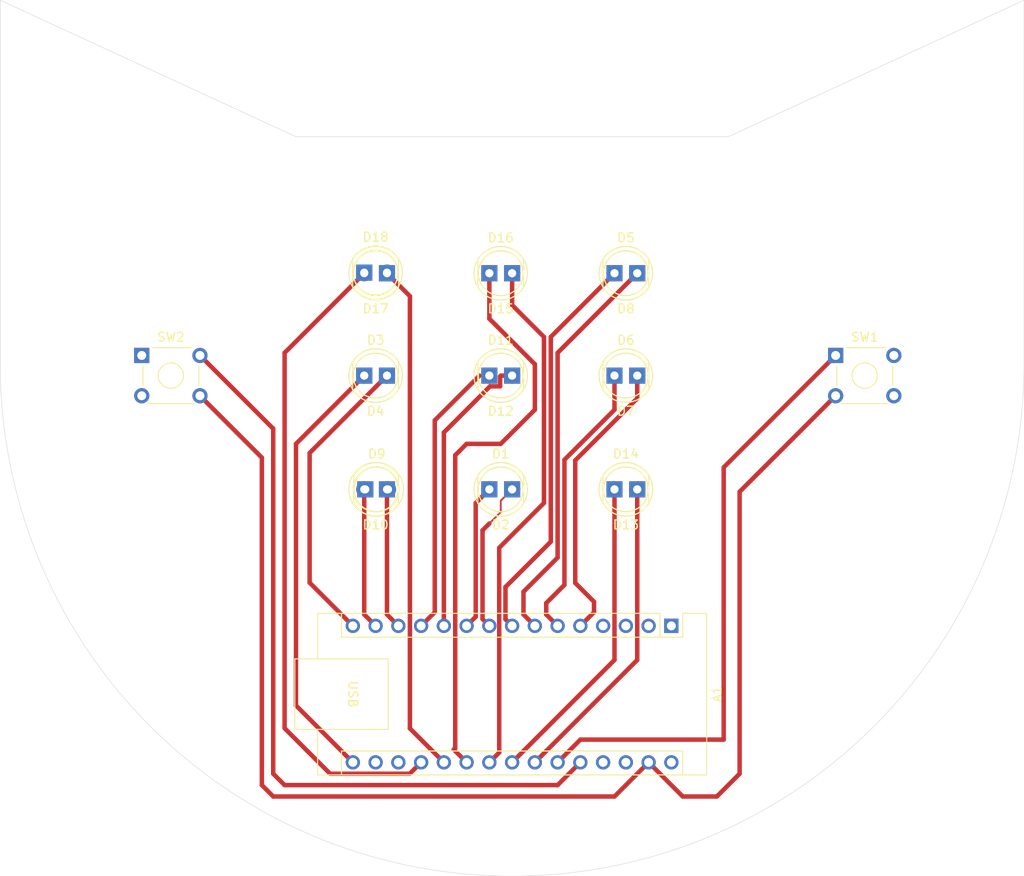
<source format=kicad_pcb>
(kicad_pcb (version 20221018) (generator pcbnew)
  (layers (0 "F.Cu" signal) (31 "B.Cu" signal) (34 "B.Paste" user) (35 "F.Paste" user) (36 "B.SilkS" user "B.Silkscreen") (37 "F.SilkS" user "F.Silkscreen") (38 "B.Mask" user) (39 "F.Mask" user) (44 "Edge.Cuts" user))
  (net 0 "")
  (net 5 "Net-(A1-D2)")
  (net 6 "Net-(A1-D3)")
  (net 7 "Net-(A1-D4)")
  (net 8 "Net-(A1-D5)")
  (net 9 "Net-(A1-D6)")
  (net 10 "Net-(A1-D7)")
  (net 11 "Net-(A1-D8)")
  (net 12 "Net-(A1-D9)")
  (net 13 "Net-(A1-D10)")
  (net 14 "Net-(A1-D11)")
  (net 15 "Net-(A1-D12)")
  (net 16 "Net-(A1-D13)")
  (net 19 "Net-(A1-A0)")
  (net 20 "Net-(A1-A1)")
  (net 21 "Net-(A1-A2)")
  (net 22 "Net-(A1-A3)")
  (net 23 "Net-(A1-A4)")
  (net 24 "Net-(A1-A5)")
  (net 25 "Net-(A1-A6)")
  (net 26 "Net-(A1-A7)")
  (net 27 "+5V")
  (net 29 "GND")
  (footprint "LED_THT:LED_D5.0mm" (layer "F.Cu") (at 157.48 91.44 180)
    (fp_text reference "D13" (at 1.27 -3.96) (layer "F.SilkS"))
    (fp_text value "LED")
    (fp_line (start -1.29 -1.545) (end -1.29 1.545) (stroke (width 0.12)) (layer "F.SilkS"))
    (fp_arc (start -1.29 -1.54483) (mid 2.072002 -2.880433) (end 4.26 0.000462) (stroke (width 0.12)) (layer "F.SilkS"))
    (fp_arc (start 4.26 -0.000462) (mid 2.072002 2.880433) (end -1.29 1.54483) (stroke (width 0.12)) (layer "F.SilkS"))
    (fp_circle (center 1.27 0) (end 3.77 0) (stroke (width 0.12)) (fill none) (layer "F.SilkS"))
    (pad "1" thru_hole rect (at 0 0 180) (size 1.8 1.8) (drill 0.9) (layers "*.Cu" "*.Mask") (net 24 "Net-(A1-A5)"))
    (pad "2" thru_hole circle (at 2.54 0 180) (size 1.8 1.8) (drill 0.9) (layers "*.Cu" "*.Mask") (net 23 "Net-(A1-A4)"))
  )
  (footprint "LED_THT:LED_D5.0mm" (layer "F.Cu") (at 129.54 78.74 180)
    (fp_text reference "D4" (at 1.27 -3.96) (layer "F.SilkS"))
    (fp_text value "LED")
    (fp_line (start -1.29 -1.545) (end -1.29 1.545) (stroke (width 0.12)) (layer "F.SilkS"))
    (fp_arc (start -1.29 -1.54483) (mid 2.072002 -2.880433) (end 4.26 0.000462) (stroke (width 0.12)) (layer "F.SilkS"))
    (fp_arc (start 4.26 -0.000462) (mid 2.072002 2.880433) (end -1.29 1.54483) (stroke (width 0.12)) (layer "F.SilkS"))
    (fp_circle (center 1.27 0) (end 3.77 0) (stroke (width 0.12)) (fill none) (layer "F.SilkS"))
    (pad "1" thru_hole rect (at 0 0 180) (size 1.8 1.8) (drill 0.9) (layers "*.Cu" "*.Mask") (net 15 "Net-(A1-D12)"))
    (pad "2" thru_hole circle (at 2.54 0 180) (size 1.8 1.8) (drill 0.9) (layers "*.Cu" "*.Mask") (net 16 "Net-(A1-D13)"))
  )
  (footprint "LED_THT:LED_D5.0mm" (layer "F.Cu") (at 140.97 78.74)
    (fp_text reference "D11" (at 1.27 -3.96) (layer "F.SilkS"))
    (fp_text value "LED")
    (fp_line (start -1.29 -1.545) (end -1.29 1.545) (stroke (width 0.12)) (layer "F.SilkS"))
    (fp_arc (start -1.29 -1.54483) (mid 2.072002 -2.880433) (end 4.26 0.000462) (stroke (width 0.12)) (layer "F.SilkS"))
    (fp_arc (start 4.26 -0.000462) (mid 2.072002 2.880433) (end -1.29 1.54483) (stroke (width 0.12)) (layer "F.SilkS"))
    (fp_circle (center 1.27 0) (end 3.77 0) (stroke (width 0.12)) (fill none) (layer "F.SilkS"))
    (pad "1" thru_hole rect (at 0 0) (size 1.8 1.8) (drill 0.9) (layers "*.Cu" "*.Mask") (net 12 "Net-(A1-D9)"))
    (pad "2" thru_hole circle (at 2.54 0) (size 1.8 1.8) (drill 0.9) (layers "*.Cu" "*.Mask") (net 11 "Net-(A1-D8)"))
  )
  (footprint "LED_THT:LED_D5.0mm" (layer "F.Cu") (at 140.97 91.44)
    (fp_text reference "D1" (at 1.27 -3.96) (layer "F.SilkS"))
    (fp_text value "LED")
    (fp_line (start -1.29 -1.545) (end -1.29 1.545) (stroke (width 0.12)) (layer "F.SilkS"))
    (fp_arc (start -1.29 -1.54483) (mid 2.072002 -2.880433) (end 4.26 0.000462) (stroke (width 0.12)) (layer "F.SilkS"))
    (fp_arc (start 4.26 -0.000462) (mid 2.072002 2.880433) (end -1.29 1.54483) (stroke (width 0.12)) (layer "F.SilkS"))
    (fp_circle (center 1.27 0) (end 3.77 0) (stroke (width 0.12)) (fill none) (layer "F.SilkS"))
    (pad "1" thru_hole rect (at 0 0) (size 1.8 1.8) (drill 0.9) (layers "*.Cu" "*.Mask") (net 10 "Net-(A1-D7)"))
    (pad "2" thru_hole circle (at 2.54 0) (size 1.8 1.8) (drill 0.9) (layers "*.Cu" "*.Mask") (net 9 "Net-(A1-D6)"))
  )
  (footprint "LED_THT:LED_D5.0mm" (layer "F.Cu") (at 154.94 78.74)
    (fp_text reference "D6" (at 1.27 -3.96) (layer "F.SilkS"))
    (fp_text value "LED")
    (fp_line (start -1.29 -1.545) (end -1.29 1.545) (stroke (width 0.12)) (layer "F.SilkS"))
    (fp_arc (start -1.29 -1.54483) (mid 2.072002 -2.880433) (end 4.26 0.000462) (stroke (width 0.12)) (layer "F.SilkS"))
    (fp_arc (start 4.26 -0.000462) (mid 2.072002 2.880433) (end -1.29 1.54483) (stroke (width 0.12)) (layer "F.SilkS"))
    (fp_circle (center 1.27 0) (end 3.77 0) (stroke (width 0.12)) (fill none) (layer "F.SilkS"))
    (pad "1" thru_hole rect (at 0 0) (size 1.8 1.8) (drill 0.9) (layers "*.Cu" "*.Mask") (net 6 "Net-(A1-D3)"))
    (pad "2" thru_hole circle (at 2.54 0) (size 1.8 1.8) (drill 0.9) (layers "*.Cu" "*.Mask") (net 5 "Net-(A1-D2)"))
  )
  (footprint "LED_THT:LED_D5.0mm" (layer "F.Cu") (at 143.51 91.44 180)
    (fp_text reference "D2" (at 1.27 -3.96) (layer "F.SilkS"))
    (fp_text value "LED")
    (fp_line (start -1.29 -1.545) (end -1.29 1.545) (stroke (width 0.12)) (layer "F.SilkS"))
    (fp_arc (start -1.29 -1.54483) (mid 2.072002 -2.880433) (end 4.26 0.000462) (stroke (width 0.12)) (layer "F.SilkS"))
    (fp_arc (start 4.26 -0.000462) (mid 2.072002 2.880433) (end -1.29 1.54483) (stroke (width 0.12)) (layer "F.SilkS"))
    (fp_circle (center 1.27 0) (end 3.77 0) (stroke (width 0.12)) (fill none) (layer "F.SilkS"))
    (pad "1" thru_hole rect (at 0 0 180) (size 1.8 1.8) (drill 0.9) (layers "*.Cu" "*.Mask") (net 9 "Net-(A1-D6)"))
    (pad "2" thru_hole circle (at 2.54 0 180) (size 1.8 1.8) (drill 0.9) (layers "*.Cu" "*.Mask") (net 10 "Net-(A1-D7)"))
  )
  (footprint "LED_THT:LED_D5.0mm" (layer "F.Cu") (at 154.94 67.31)
    (fp_text reference "D5" (at 1.27 -3.96) (layer "F.SilkS"))
    (fp_text value "LED")
    (fp_line (start -1.29 -1.545) (end -1.29 1.545) (stroke (width 0.12)) (layer "F.SilkS"))
    (fp_arc (start -1.29 -1.54483) (mid 2.072002 -2.880433) (end 4.26 0.000462) (stroke (width 0.12)) (layer "F.SilkS"))
    (fp_arc (start 4.26 -0.000462) (mid 2.072002 2.880433) (end -1.29 1.54483) (stroke (width 0.12)) (layer "F.SilkS"))
    (fp_circle (center 1.27 0) (end 3.77 0) (stroke (width 0.12)) (fill none) (layer "F.SilkS"))
    (pad "1" thru_hole rect (at 0 0) (size 1.8 1.8) (drill 0.9) (layers "*.Cu" "*.Mask") (net 8 "Net-(A1-D5)"))
    (pad "2" thru_hole circle (at 2.54 0) (size 1.8 1.8) (drill 0.9) (layers "*.Cu" "*.Mask") (net 7 "Net-(A1-D4)"))
  )
  (footprint "LED_THT:LED_D5.0mm" (layer "F.Cu") (at 129.54 91.44 180)
    (fp_text reference "D10" (at 1.27 -3.96) (layer "F.SilkS"))
    (fp_text value "LED")
    (fp_line (start -1.29 -1.545) (end -1.29 1.545) (stroke (width 0.12)) (layer "F.SilkS"))
    (fp_arc (start -1.29 -1.54483) (mid 2.072002 -2.880433) (end 4.26 0.000462) (stroke (width 0.12)) (layer "F.SilkS"))
    (fp_arc (start 4.26 -0.000462) (mid 2.072002 2.880433) (end -1.29 1.54483) (stroke (width 0.12)) (layer "F.SilkS"))
    (fp_circle (center 1.27 0) (end 3.77 0) (stroke (width 0.12)) (fill none) (layer "F.SilkS"))
    (pad "1" thru_hole rect (at 0 0 180) (size 1.8 1.8) (drill 0.9) (layers "*.Cu" "*.Mask") (net 13 "Net-(A1-D10)"))
    (pad "2" thru_hole circle (at 2.54 0 180) (size 1.8 1.8) (drill 0.9) (layers "*.Cu" "*.Mask") (net 14 "Net-(A1-D11)"))
  )
  (footprint "LED_THT:LED_D5.0mm" (layer "F.Cu") (at 129.54 67.31 180)
    (fp_text reference "D17" (at 1.27 -3.96) (layer "F.SilkS"))
    (fp_text value "LED")
    (fp_line (start -1.29 -1.545) (end -1.29 1.545) (stroke (width 0.12)) (layer "F.SilkS"))
    (fp_arc (start -1.29 -1.54483) (mid 2.072002 -2.880433) (end 4.26 0.000462) (stroke (width 0.12)) (layer "F.SilkS"))
    (fp_arc (start 4.26 -0.000462) (mid 2.072002 2.880433) (end -1.29 1.54483) (stroke (width 0.12)) (layer "F.SilkS"))
    (fp_circle (center 1.27 0) (end 3.77 0) (stroke (width 0.12)) (fill none) (layer "F.SilkS"))
    (pad "1" thru_hole rect (at 0 0 180) (size 1.8 1.8) (drill 0.9) (layers "*.Cu" "*.Mask") (net 20 "Net-(A1-A1)"))
    (pad "2" thru_hole circle (at 2.54 0 180) (size 1.8 1.8) (drill 0.9) (layers "*.Cu" "*.Mask") (net 19 "Net-(A1-A0)"))
  )
  (footprint "LED_THT:LED_D5.0mm" (layer "F.Cu") (at 157.48 67.31 180)
    (fp_text reference "D8" (at 1.27 -3.96) (layer "F.SilkS"))
    (fp_text value "LED")
    (fp_line (start -1.29 -1.545) (end -1.29 1.545) (stroke (width 0.12)) (layer "F.SilkS"))
    (fp_arc (start -1.29 -1.54483) (mid 2.072002 -2.880433) (end 4.26 0.000462) (stroke (width 0.12)) (layer "F.SilkS"))
    (fp_arc (start 4.26 -0.000462) (mid 2.072002 2.880433) (end -1.29 1.54483) (stroke (width 0.12)) (layer "F.SilkS"))
    (fp_circle (center 1.27 0) (end 3.77 0) (stroke (width 0.12)) (fill none) (layer "F.SilkS"))
    (pad "1" thru_hole rect (at 0 0 180) (size 1.8 1.8) (drill 0.9) (layers "*.Cu" "*.Mask") (net 7 "Net-(A1-D4)"))
    (pad "2" thru_hole circle (at 2.54 0 180) (size 1.8 1.8) (drill 0.9) (layers "*.Cu" "*.Mask") (net 8 "Net-(A1-D5)"))
  )
  (footprint "LED_THT:LED_D5.0mm" (layer "F.Cu") (at 157.48 78.74 180)
    (fp_text reference "D7" (at 1.27 -3.96) (layer "F.SilkS"))
    (fp_text value "LED")
    (fp_line (start -1.29 -1.545) (end -1.29 1.545) (stroke (width 0.12)) (layer "F.SilkS"))
    (fp_arc (start -1.29 -1.54483) (mid 2.072002 -2.880433) (end 4.26 0.000462) (stroke (width 0.12)) (layer "F.SilkS"))
    (fp_arc (start 4.26 -0.000462) (mid 2.072002 2.880433) (end -1.29 1.54483) (stroke (width 0.12)) (layer "F.SilkS"))
    (fp_circle (center 1.27 0) (end 3.77 0) (stroke (width 0.12)) (fill none) (layer "F.SilkS"))
    (pad "1" thru_hole rect (at 0 0 180) (size 1.8 1.8) (drill 0.9) (layers "*.Cu" "*.Mask") (net 5 "Net-(A1-D2)"))
    (pad "2" thru_hole circle (at 2.54 0 180) (size 1.8 1.8) (drill 0.9) (layers "*.Cu" "*.Mask") (net 6 "Net-(A1-D3)"))
  )
  (footprint "Button_Switch_THT:SW_TH_Tactile_Omron_B3F-10xx" (layer "F.Cu") (at 179.63 76.49)
    (fp_text reference "SW1" (at 3.25 -2.05) (layer "F.SilkS"))
    (fp_text value "SW_Push")
    (fp_line (start 0.13 3.4) (end 0.13 1.2) (stroke (width 0.12)) (layer "F.SilkS"))
    (fp_line (start 0.6 5.37) (end 5.8 5.37) (stroke (width 0.12)) (layer "F.SilkS"))
    (fp_line (start 1.2 -0.87) (end 5.6 -0.87) (stroke (width 0.12)) (layer "F.SilkS"))
    (fp_line (start 6.37 1.2) (end 6.37 3.4) (stroke (width 0.12)) (layer "F.SilkS"))
    (fp_circle (center 3.25 2.25) (end 4.25 3.25) (stroke (width 0.12)) (fill none) (layer "F.SilkS"))
    (pad "1" thru_hole rect (at 0 0) (size 1.7 1.7) (drill 1) (layers "*.Cu" "*.Mask") (net 25 "Net-(A1-A6)"))
    (pad "1" thru_hole circle (at 6.5 0) (size 1.7 1.7) (drill 1) (layers "*.Cu" "*.Mask") (net 25 "Net-(A1-A6)"))
    (pad "2" thru_hole circle (at 0 4.5) (size 1.7 1.7) (drill 1) (layers "*.Cu" "*.Mask") (net 29 "GND"))
    (pad "2" thru_hole circle (at 6.5 4.5) (size 1.7 1.7) (drill 1) (layers "*.Cu" "*.Mask") (net 29 "GND"))
  )
  (footprint "LED_THT:LED_D5.0mm" (layer "F.Cu") (at 127.12 91.44)
    (fp_text reference "D9" (at 1.27 -3.96) (layer "F.SilkS"))
    (fp_text value "LED")
    (fp_line (start -1.29 -1.545) (end -1.29 1.545) (stroke (width 0.12)) (layer "F.SilkS"))
    (fp_arc (start -1.29 -1.54483) (mid 2.072002 -2.880433) (end 4.26 0.000462) (stroke (width 0.12)) (layer "F.SilkS"))
    (fp_arc (start 4.26 -0.000462) (mid 2.072002 2.880433) (end -1.29 1.54483) (stroke (width 0.12)) (layer "F.SilkS"))
    (fp_circle (center 1.27 0) (end 3.77 0) (stroke (width 0.12)) (fill none) (layer "F.SilkS"))
    (pad "1" thru_hole rect (at 0 0) (size 1.8 1.8) (drill 0.9) (layers "*.Cu" "*.Mask") (net 14 "Net-(A1-D11)"))
    (pad "2" thru_hole circle (at 2.54 0) (size 1.8 1.8) (drill 0.9) (layers "*.Cu" "*.Mask") (net 13 "Net-(A1-D10)"))
  )
  (footprint "LED_THT:LED_D5.0mm" (layer "F.Cu") (at 143.51 67.31 180)
    (fp_text reference "D15" (at 1.27 -3.96) (layer "F.SilkS"))
    (fp_text value "LED")
    (fp_line (start -1.29 -1.545) (end -1.29 1.545) (stroke (width 0.12)) (layer "F.SilkS"))
    (fp_arc (start -1.29 -1.54483) (mid 2.072002 -2.880433) (end 4.26 0.000462) (stroke (width 0.12)) (layer "F.SilkS"))
    (fp_arc (start 4.26 -0.000462) (mid 2.072002 2.880433) (end -1.29 1.54483) (stroke (width 0.12)) (layer "F.SilkS"))
    (fp_circle (center 1.27 0) (end 3.77 0) (stroke (width 0.12)) (fill none) (layer "F.SilkS"))
    (pad "1" thru_hole rect (at 0 0 180) (size 1.8 1.8) (drill 0.9) (layers "*.Cu" "*.Mask") (net 22 "Net-(A1-A3)"))
    (pad "2" thru_hole circle (at 2.54 0 180) (size 1.8 1.8) (drill 0.9) (layers "*.Cu" "*.Mask") (net 21 "Net-(A1-A2)"))
  )
  (footprint "LED_THT:LED_D5.0mm" (layer "F.Cu") (at 154.94 91.44)
    (fp_text reference "D14" (at 1.27 -3.96) (layer "F.SilkS"))
    (fp_text value "LED")
    (fp_line (start -1.29 -1.545) (end -1.29 1.545) (stroke (width 0.12)) (layer "F.SilkS"))
    (fp_arc (start -1.29 -1.54483) (mid 2.072002 -2.880433) (end 4.26 0.000462) (stroke (width 0.12)) (layer "F.SilkS"))
    (fp_arc (start 4.26 -0.000462) (mid 2.072002 2.880433) (end -1.29 1.54483) (stroke (width 0.12)) (layer "F.SilkS"))
    (fp_circle (center 1.27 0) (end 3.77 0) (stroke (width 0.12)) (fill none) (layer "F.SilkS"))
    (pad "1" thru_hole rect (at 0 0) (size 1.8 1.8) (drill 0.9) (layers "*.Cu" "*.Mask") (net 23 "Net-(A1-A4)"))
    (pad "2" thru_hole circle (at 2.54 0) (size 1.8 1.8) (drill 0.9) (layers "*.Cu" "*.Mask") (net 24 "Net-(A1-A5)"))
  )
  (footprint "LED_THT:LED_D5.0mm" (layer "F.Cu") (at 127 67.24)
    (fp_text reference "D18" (at 1.27 -3.96) (layer "F.SilkS"))
    (fp_text value "LED")
    (fp_line (start -1.29 -1.545) (end -1.29 1.545) (stroke (width 0.12)) (layer "F.SilkS"))
    (fp_arc (start -1.29 -1.54483) (mid 2.072002 -2.880433) (end 4.26 0.000462) (stroke (width 0.12)) (layer "F.SilkS"))
    (fp_arc (start 4.26 -0.000462) (mid 2.072002 2.880433) (end -1.29 1.54483) (stroke (width 0.12)) (layer "F.SilkS"))
    (fp_circle (center 1.27 0) (end 3.77 0) (stroke (width 0.12)) (fill none) (layer "F.SilkS"))
    (pad "1" thru_hole rect (at 0 0) (size 1.8 1.8) (drill 0.9) (layers "*.Cu" "*.Mask") (net 19 "Net-(A1-A0)"))
    (pad "2" thru_hole circle (at 2.54 0) (size 1.8 1.8) (drill 0.9) (layers "*.Cu" "*.Mask") (net 20 "Net-(A1-A1)"))
  )
  (footprint "LED_THT:LED_D5.0mm" (layer "F.Cu") (at 127 78.74)
    (fp_text reference "D3" (at 1.27 -3.96) (layer "F.SilkS"))
    (fp_text value "LED")
    (fp_line (start -1.29 -1.545) (end -1.29 1.545) (stroke (width 0.12)) (layer "F.SilkS"))
    (fp_arc (start -1.29 -1.54483) (mid 2.072002 -2.880433) (end 4.26 0.000462) (stroke (width 0.12)) (layer "F.SilkS"))
    (fp_arc (start 4.26 -0.000462) (mid 2.072002 2.880433) (end -1.29 1.54483) (stroke (width 0.12)) (layer "F.SilkS"))
    (fp_circle (center 1.27 0) (end 3.77 0) (stroke (width 0.12)) (fill none) (layer "F.SilkS"))
    (pad "1" thru_hole rect (at 0 0) (size 1.8 1.8) (drill 0.9) (layers "*.Cu" "*.Mask") (net 16 "Net-(A1-D13)"))
    (pad "2" thru_hole circle (at 2.54 0) (size 1.8 1.8) (drill 0.9) (layers "*.Cu" "*.Mask") (net 15 "Net-(A1-D12)"))
  )
  (footprint "Button_Switch_THT:SW_TH_Tactile_Omron_B3F-10xx" (layer "F.Cu") (at 102.16 76.49)
    (fp_text reference "SW2" (at 3.25 -2.05) (layer "F.SilkS"))
    (fp_text value "SW_Push")
    (fp_line (start 0.13 3.4) (end 0.13 1.2) (stroke (width 0.12)) (layer "F.SilkS"))
    (fp_line (start 0.6 5.37) (end 5.8 5.37) (stroke (width 0.12)) (layer "F.SilkS"))
    (fp_line (start 1.2 -0.87) (end 5.6 -0.87) (stroke (width 0.12)) (layer "F.SilkS"))
    (fp_line (start 6.37 1.2) (end 6.37 3.4) (stroke (width 0.12)) (layer "F.SilkS"))
    (fp_circle (center 3.25 2.25) (end 4.25 3.25) (stroke (width 0.12)) (fill none) (layer "F.SilkS"))
    (pad "1" thru_hole rect (at 0 0) (size 1.7 1.7) (drill 1) (layers "*.Cu" "*.Mask") (net 26 "Net-(A1-A7)"))
    (pad "1" thru_hole circle (at 6.5 0) (size 1.7 1.7) (drill 1) (layers "*.Cu" "*.Mask") (net 26 "Net-(A1-A7)"))
    (pad "2" thru_hole circle (at 0 4.5) (size 1.7 1.7) (drill 1) (layers "*.Cu" "*.Mask") (net 29 "GND"))
    (pad "2" thru_hole circle (at 6.5 4.5) (size 1.7 1.7) (drill 1) (layers "*.Cu" "*.Mask") (net 29 "GND"))
  )
  (footprint "LED_THT:LED_D5.0mm" (layer "F.Cu") (at 140.97 67.31)
    (fp_text reference "D16" (at 1.27 -3.96) (layer "F.SilkS"))
    (fp_text value "LED")
    (fp_line (start -1.29 -1.545) (end -1.29 1.545) (stroke (width 0.12)) (layer "F.SilkS"))
    (fp_arc (start -1.29 -1.54483) (mid 2.072002 -2.880433) (end 4.26 0.000462) (stroke (width 0.12)) (layer "F.SilkS"))
    (fp_arc (start 4.26 -0.000462) (mid 2.072002 2.880433) (end -1.29 1.54483) (stroke (width 0.12)) (layer "F.SilkS"))
    (fp_circle (center 1.27 0) (end 3.77 0) (stroke (width 0.12)) (fill none) (layer "F.SilkS"))
    (pad "1" thru_hole rect (at 0 0) (size 1.8 1.8) (drill 0.9) (layers "*.Cu" "*.Mask") (net 21 "Net-(A1-A2)"))
    (pad "2" thru_hole circle (at 2.54 0) (size 1.8 1.8) (drill 0.9) (layers "*.Cu" "*.Mask") (net 22 "Net-(A1-A3)"))
  )
  (footprint "LED_THT:LED_D5.0mm" (layer "F.Cu") (at 143.51 78.74 180)
    (fp_text reference "D12" (at 1.27 -3.96) (layer "F.SilkS"))
    (fp_text value "LED")
    (fp_line (start -1.29 -1.545) (end -1.29 1.545) (stroke (width 0.12)) (layer "F.SilkS"))
    (fp_arc (start -1.29 -1.54483) (mid 2.072002 -2.880433) (end 4.26 0.000462) (stroke (width 0.12)) (layer "F.SilkS"))
    (fp_arc (start 4.26 -0.000462) (mid 2.072002 2.880433) (end -1.29 1.54483) (stroke (width 0.12)) (layer "F.SilkS"))
    (fp_circle (center 1.27 0) (end 3.77 0) (stroke (width 0.12)) (fill none) (layer "F.SilkS"))
    (pad "1" thru_hole rect (at 0 0 180) (size 1.8 1.8) (drill 0.9) (layers "*.Cu" "*.Mask") (net 11 "Net-(A1-D8)"))
    (pad "2" thru_hole circle (at 2.54 0 180) (size 1.8 1.8) (drill 0.9) (layers "*.Cu" "*.Mask") (net 12 "Net-(A1-D9)"))
  )
  (footprint "Module:Arduino_Nano" (layer "F.Cu") (at 161.29 106.68 -90)
    (fp_text reference "A1" (at 7.62 -5.08 90) (layer "F.SilkS"))
    (fp_text value "Arduino_Nano_v3.x")
    (fp_text user "USB" (at 7.62 35.56 -90 unlocked) (layer "F.SilkS"))
    (fp_line (start -1.4 -3.94) (end -1.4 -1.27) (stroke (width 0.12)) (layer "F.SilkS"))
    (fp_line (start -1.4 1.27) (end -1.4 39.5) (stroke (width 0.12)) (layer "F.SilkS"))
    (fp_line (start -1.4 39.5) (end 3.68 39.5) (stroke (width 0.12)) (layer "F.SilkS"))
    (fp_line (start 1.27 -1.27) (end -1.4 -1.27) (stroke (width 0.12)) (layer "F.SilkS"))
    (fp_line (start 1.27 1.27) (end -1.4 1.27) (stroke (width 0.12)) (layer "F.SilkS"))
    (fp_line (start 1.27 1.27) (end 1.27 -1.27) (stroke (width 0.12)) (layer "F.SilkS"))
    (fp_line (start 1.27 1.27) (end 1.27 36.83) (stroke (width 0.12)) (layer "F.SilkS"))
    (fp_line (start 1.27 36.83) (end -1.4 36.83) (stroke (width 0.12)) (layer "F.SilkS"))
    (fp_line (start 3.68 31.62) (end 11.56 31.62) (stroke (width 0.12)) (layer "F.SilkS"))
    (fp_line (start 3.68 42.04) (end 3.68 31.62) (stroke (width 0.12)) (layer "F.SilkS"))
    (fp_line (start 11.56 31.62) (end 11.56 42.04) (stroke (width 0.12)) (layer "F.SilkS"))
    (fp_line (start 11.56 42.04) (end 3.68 42.04) (stroke (width 0.12)) (layer "F.SilkS"))
    (fp_line (start 13.97 -1.27) (end 13.97 36.83) (stroke (width 0.12)) (layer "F.SilkS"))
    (fp_line (start 13.97 -1.27) (end 16.64 -1.27) (stroke (width 0.12)) (layer "F.SilkS"))
    (fp_line (start 13.97 36.83) (end 16.64 36.83) (stroke (width 0.12)) (layer "F.SilkS"))
    (fp_line (start 16.64 -3.94) (end -1.4 -3.94) (stroke (width 0.12)) (layer "F.SilkS"))
    (fp_line (start 16.64 39.5) (end 11.56 39.5) (stroke (width 0.12)) (layer "F.SilkS"))
    (fp_line (start 16.64 39.5) (end 16.64 -3.94) (stroke (width 0.12)) (layer "F.SilkS"))
    (pad "1" thru_hole rect (at 0 0 270) (size 1.6 1.6) (drill 1) (layers "*.Cu" "*.Mask"))
    (pad "2" thru_hole oval (at 0 2.54 270) (size 1.6 1.6) (drill 1) (layers "*.Cu" "*.Mask"))
    (pad "3" thru_hole oval (at 0 5.08 270) (size 1.6 1.6) (drill 1) (layers "*.Cu" "*.Mask"))
    (pad "4" thru_hole oval (at 0 7.62 270) (size 1.6 1.6) (drill 1) (layers "*.Cu" "*.Mask"))
    (pad "5" thru_hole oval (at 0 10.16 270) (size 1.6 1.6) (drill 1) (layers "*.Cu" "*.Mask") (net 5 "Net-(A1-D2)"))
    (pad "6" thru_hole oval (at 0 12.7 270) (size 1.6 1.6) (drill 1) (layers "*.Cu" "*.Mask") (net 6 "Net-(A1-D3)"))
    (pad "7" thru_hole oval (at 0 15.24 270) (size 1.6 1.6) (drill 1) (layers "*.Cu" "*.Mask") (net 7 "Net-(A1-D4)"))
    (pad "8" thru_hole oval (at 0 17.78 270) (size 1.6 1.6) (drill 1) (layers "*.Cu" "*.Mask") (net 8 "Net-(A1-D5)"))
    (pad "9" thru_hole oval (at 0 20.32 270) (size 1.6 1.6) (drill 1) (layers "*.Cu" "*.Mask") (net 9 "Net-(A1-D6)"))
    (pad "10" thru_hole oval (at 0 22.86 270) (size 1.6 1.6) (drill 1) (layers "*.Cu" "*.Mask") (net 10 "Net-(A1-D7)"))
    (pad "11" thru_hole oval (at 0 25.4 270) (size 1.6 1.6) (drill 1) (layers "*.Cu" "*.Mask") (net 11 "Net-(A1-D8)"))
    (pad "12" thru_hole oval (at 0 27.94 270) (size 1.6 1.6) (drill 1) (layers "*.Cu" "*.Mask") (net 12 "Net-(A1-D9)"))
    (pad "13" thru_hole oval (at 0 30.48 270) (size 1.6 1.6) (drill 1) (layers "*.Cu" "*.Mask") (net 13 "Net-(A1-D10)"))
    (pad "14" thru_hole oval (at 0 33.02 270) (size 1.6 1.6) (drill 1) (layers "*.Cu" "*.Mask") (net 14 "Net-(A1-D11)"))
    (pad "15" thru_hole oval (at 0 35.56 270) (size 1.6 1.6) (drill 1) (layers "*.Cu" "*.Mask") (net 15 "Net-(A1-D12)"))
    (pad "16" thru_hole oval (at 15.24 35.56 270) (size 1.6 1.6) (drill 1) (layers "*.Cu" "*.Mask") (net 16 "Net-(A1-D13)"))
    (pad "17" thru_hole oval (at 15.24 33.02 270) (size 1.6 1.6) (drill 1) (layers "*.Cu" "*.Mask"))
    (pad "18" thru_hole oval (at 15.24 30.48 270) (size 1.6 1.6) (drill 1) (layers "*.Cu" "*.Mask"))
    (pad "19" thru_hole oval (at 15.24 27.94 270) (size 1.6 1.6) (drill 1) (layers "*.Cu" "*.Mask") (net 19 "Net-(A1-A0)"))
    (pad "20" thru_hole oval (at 15.24 25.4 270) (size 1.6 1.6) (drill 1) (layers "*.Cu" "*.Mask") (net 20 "Net-(A1-A1)"))
    (pad "21" thru_hole oval (at 15.24 22.86 270) (size 1.6 1.6) (drill 1) (layers "*.Cu" "*.Mask") (net 21 "Net-(A1-A2)"))
    (pad "22" thru_hole oval (at 15.24 20.32 270) (size 1.6 1.6) (drill 1) (layers "*.Cu" "*.Mask") (net 22 "Net-(A1-A3)"))
    (pad "23" thru_hole oval (at 15.24 17.78 270) (size 1.6 1.6) (drill 1) (layers "*.Cu" "*.Mask") (net 23 "Net-(A1-A4)"))
    (pad "24" thru_hole oval (at 15.24 15.24 270) (size 1.6 1.6) (drill 1) (layers "*.Cu" "*.Mask") (net 24 "Net-(A1-A5)"))
    (pad "25" thru_hole oval (at 15.24 12.7 270) (size 1.6 1.6) (drill 1) (layers "*.Cu" "*.Mask") (net 25 "Net-(A1-A6)"))
    (pad "26" thru_hole oval (at 15.24 10.16 270) (size 1.6 1.6) (drill 1) (layers "*.Cu" "*.Mask") (net 26 "Net-(A1-A7)"))
    (pad "27" thru_hole oval (at 15.24 7.62 270) (size 1.6 1.6) (drill 1) (layers "*.Cu" "*.Mask") (net 27 "+5V"))
    (pad "28" thru_hole oval (at 15.24 5.08 270) (size 1.6 1.6) (drill 1) (layers "*.Cu" "*.Mask"))
    (pad "29" thru_hole oval (at 15.24 2.54 270) (size 1.6 1.6) (drill 1) (layers "*.Cu" "*.Mask") (net 29 "GND"))
    (pad "30" thru_hole oval (at 15.24 0 270) (size 1.6 1.6) (drill 1) (layers "*.Cu" "*.Mask"))
  )
  (gr_line (start 119.38 52.07) (end 167.64 52.07) (stroke (width 0.05)) (layer "Edge.Cuts"))
  (gr_line (start 86.36 36.83) (end 119.38 52.07) (stroke (width 0.05)) (layer "Edge.Cuts"))
  (gr_line (start 200.66 77.47) (end 200.66 36.83) (stroke (width 0.05)) (layer "Edge.Cuts"))
  (gr_line (start 200.66 36.83) (end 167.64 52.07) (stroke (width 0.05)) (layer "Edge.Cuts"))
  (gr_arc (start 200.66 77.47) (mid 143.51 134.62) (end 86.36 77.47) (stroke (width 0.05)) (layer "Edge.Cuts"))
  (gr_line (start 86.36 77.47) (end 86.36 36.83) (stroke (width 0.05)) (layer "Edge.Cuts"))
  (segment (start 152.654 103.98395) (end 152.654 105.156) (width 0.5) (layer "F.Cu") (net 5))
  (segment (start 150.56 88.2) (end 150.56 101.88995) (width 0.5) (layer "F.Cu") (net 5))
  (segment (start 152.654 105.156) (end 151.13 106.68) (width 0.5) (layer "F.Cu") (net 5))
  (segment (start 150.56 101.88995) (end 152.654 103.98395) (width 0.5) (layer "F.Cu") (net 5))
  (segment (start 157.48 81.28) (end 150.56 88.2) (width 0.5) (layer "F.Cu") (net 5))
  (segment (start 157.48 78.74) (end 157.48 81.28) (width 0.5) (layer "F.Cu") (net 5))
  (segment (start 154.94 82.55) (end 149.352 88.138) (width 0.5) (layer "F.Cu") (net 6))
  (segment (start 149.352 88.138) (end 149.352 102.108) (width 0.5) (layer "F.Cu") (net 6))
  (segment (start 154.94 78.74) (end 154.94 82.55) (width 0.5) (layer "F.Cu") (net 6))
  (segment (start 147.32 104.14) (end 147.32 105.41) (width 0.5) (layer "F.Cu") (net 6))
  (segment (start 149.352 102.108) (end 147.32 104.14) (width 0.5) (layer "F.Cu") (net 6))
  (segment (start 147.32 105.41) (end 148.59 106.68) (width 0.5) (layer "F.Cu") (net 6))
  (segment (start 148.59 99.06) (end 144.78 102.87) (width 0.5) (layer "F.Cu") (net 7))
  (segment (start 144.78 102.87) (end 144.78 105.41) (width 0.5) (layer "F.Cu") (net 7))
  (segment (start 148.59 76.2) (end 148.59 99.06) (width 0.5) (layer "F.Cu") (net 7))
  (segment (start 157.48 67.31) (end 148.59 76.2) (width 0.5) (layer "F.Cu") (net 7))
  (segment (start 144.78 105.41) (end 146.05 106.68) (width 0.5) (layer "F.Cu") (net 7))
  (segment (start 142.77 102.34) (end 142.77 105.94) (width 0.5) (layer "F.Cu") (net 8))
  (segment (start 142.77 105.94) (end 143.51 106.68) (width 0.5) (layer "F.Cu") (net 8))
  (segment (start 147.828 97.282) (end 142.77 102.34) (width 0.5) (layer "F.Cu") (net 8))
  (segment (start 154.94 67.31) (end 147.828 74.422) (width 0.5) (layer "F.Cu") (net 8))
  (segment (start 147.828 74.422) (end 147.828 97.282) (width 0.5) (layer "F.Cu") (net 8))
  (segment (start 143.51 91.44) (end 142.24 92.71) (width 0.2) (layer "F.Cu") (net 9))
  (segment (start 140.208 105.918) (end 140.97 106.68) (width 0.5) (layer "F.Cu") (net 9))
  (segment (start 142.24 93.98) (end 140.97 95.25) (width 0.2) (layer "F.Cu") (net 9))
  (segment (start 140.97 95.25) (end 140.208 96.012) (width 0.5) (layer "F.Cu") (net 9))
  (segment (start 140.208 96.012) (end 140.208 105.918) (width 0.5) (layer "F.Cu") (net 9))
  (segment (start 142.24 92.71) (end 142.24 93.98) (width 0.2) (layer "F.Cu") (net 9))
  (segment (start 140.97 91.44) (end 139.446 92.964) (width 0.5) (layer "F.Cu") (net 10))
  (segment (start 139.446 92.964) (end 139.446 105.664) (width 0.5) (layer "F.Cu") (net 10))
  (segment (start 139.446 105.664) (end 138.43 106.68) (width 0.5) (layer "F.Cu") (net 10))
  (segment (start 135.89 85.09) (end 135.89 106.68) (width 0.5) (layer "F.Cu") (net 11))
  (segment (start 141.04 79.94) (end 135.89 85.09) (width 0.5) (layer "F.Cu") (net 11))
  (segment (start 142.17 78.81) (end 142.17 79.94) (width 0.5) (layer "F.Cu") (net 11))
  (segment (start 142.24 78.74) (end 142.17 78.81) (width 0.2) (layer "F.Cu") (net 11))
  (segment (start 143.51 78.74) (end 142.24 78.74) (width 0.5) (layer "F.Cu") (net 11))
  (segment (start 142.17 79.94) (end 141.04 79.94) (width 0.5) (layer "F.Cu") (net 11))
  (segment (start 140.97 78.74) (end 139.87 78.74) (width 0.2) (layer "F.Cu") (net 12))
  (segment (start 134.874 83.736) (end 134.874 105.156) (width 0.5) (layer "F.Cu") (net 12))
  (segment (start 134.874 105.156) (end 134.62 105.41) (width 0.5) (layer "F.Cu") (net 12))
  (segment (start 134.62 105.41) (end 133.35 106.68) (width 0.5) (layer "F.Cu") (net 12))
  (segment (start 139.87 78.74) (end 134.874 83.736) (width 0.5) (layer "F.Cu") (net 12))
  (segment (start 129.54 91.44) (end 129.54 105.41) (width 0.5) (layer "F.Cu") (net 13))
  (segment (start 129.54 105.41) (end 130.81 106.68) (width 0.5) (layer "F.Cu") (net 13))
  (segment (start 127 105.41) (end 128.27 106.68) (width 0.5) (layer "F.Cu") (net 14))
  (segment (start 127 91.44) (end 127 105.41) (width 0.5) (layer "F.Cu") (net 14))
  (segment (start 120.904 101.854) (end 120.904 87.376) (width 0.5) (layer "F.Cu") (net 15))
  (segment (start 125.73 106.68) (end 120.904 101.854) (width 0.5) (layer "F.Cu") (net 15))
  (segment (start 120.904 87.376) (end 129.54 78.74) (width 0.5) (layer "F.Cu") (net 15))
  (segment (start 127 78.74) (end 119.38 86.36) (width 0.5) (layer "F.Cu") (net 16))
  (segment (start 119.38 115.57) (end 125.73 121.92) (width 0.5) (layer "F.Cu") (net 16))
  (segment (start 119.38 86.36) (end 119.38 115.57) (width 0.5) (layer "F.Cu") (net 16))
  (segment (start 127 67.31) (end 118.11 76.2) (width 0.5) (layer "F.Cu") (net 19))
  (segment (start 118.11 118.11) (end 123.19 123.19) (width 0.5) (layer "F.Cu") (net 19))
  (segment (start 118.11 76.2) (end 118.11 118.11) (width 0.5) (layer "F.Cu") (net 19))
  (segment (start 123.19 123.19) (end 132.08 123.19) (width 0.5) (layer "F.Cu") (net 19))
  (segment (start 132.08 123.19) (end 133.35 121.92) (width 0.5) (layer "F.Cu") (net 19))
  (segment (start 132.1 118.13) (end 135.89 121.92) (width 0.5) (layer "F.Cu") (net 20))
  (segment (start 132.1 69.87) (end 132.1 118.13) (width 0.5) (layer "F.Cu") (net 20))
  (segment (start 129.54 67.31) (end 132.1 69.87) (width 0.5) (layer "F.Cu") (net 20))
  (segment (start 137.16 120.31) (end 136.99 120.48) (width 0.5) (layer "F.Cu") (net 21))
  (segment (start 146.05 77.47) (end 146.05 82.55) (width 0.5) (layer "F.Cu") (net 21))
  (segment (start 136.99 120.48) (end 138.43 121.92) (width 0.5) (layer "F.Cu") (net 21))
  (segment (start 138.43 86.36) (end 137.16 87.63) (width 0.5) (layer "F.Cu") (net 21))
  (segment (start 142.24 86.36) (end 138.43 86.36) (width 0.5) (layer "F.Cu") (net 21))
  (segment (start 137.16 87.63) (end 137.16 120.31) (width 0.5) (layer "F.Cu") (net 21))
  (segment (start 146.05 82.55) (end 142.24 86.36) (width 0.5) (layer "F.Cu") (net 21))
  (segment (start 140.97 67.31) (end 140.97 72.39) (width 0.5) (layer "F.Cu") (net 21))
  (segment (start 140.97 72.39) (end 146.05 77.47) (width 0.5) (layer "F.Cu") (net 21))
  (segment (start 147.066 74.422) (end 147.066 92.964) (width 0.5) (layer "F.Cu") (net 22))
  (segment (start 143.51 70.866) (end 147.066 74.422) (width 0.5) (layer "F.Cu") (net 22))
  (segment (start 147.066 92.964) (end 142.07 97.96) (width 0.5) (layer "F.Cu") (net 22))
  (segment (start 143.51 67.31) (end 143.51 70.866) (width 0.5) (layer "F.Cu") (net 22))
  (segment (start 142.07 97.96) (end 142.07 120.82) (width 0.5) (layer "F.Cu") (net 22))
  (segment (start 142.07 120.82) (end 140.97 121.92) (width 0.5) (layer "F.Cu") (net 22))
  (segment (start 154.94 91.44) (end 154.94 110.49) (width 0.5) (layer "F.Cu") (net 23))
  (segment (start 154.94 110.49) (end 143.51 121.92) (width 0.5) (layer "F.Cu") (net 23))
  (segment (start 157.48 110.49) (end 146.05 121.92) (width 0.5) (layer "F.Cu") (net 24))
  (segment (start 157.48 91.44) (end 157.48 110.49) (width 0.5) (layer "F.Cu") (net 24))
  (segment (start 167.132 88.988) (end 167.132 119.38) (width 0.5) (layer "F.Cu") (net 25))
  (segment (start 151.13 119.38) (end 148.59 121.92) (width 0.5) (layer "F.Cu") (net 25))
  (segment (start 167.132 119.38) (end 151.13 119.38) (width 0.5) (layer "F.Cu") (net 25))
  (segment (start 179.63 76.49) (end 167.132 88.988) (width 0.5) (layer "F.Cu") (net 25))
  (segment (start 118.11 124.46) (end 148.59 124.46) (width 0.5) (layer "F.Cu") (net 26))
  (segment (start 108.66 76.49) (end 116.84 84.67) (width 0.5) (layer "F.Cu") (net 26))
  (segment (start 148.59 124.46) (end 151.13 121.92) (width 0.5) (layer "F.Cu") (net 26))
  (segment (start 116.84 123.19) (end 118.11 124.46) (width 0.5) (layer "F.Cu") (net 26))
  (segment (start 116.84 84.67) (end 116.84 123.19) (width 0.5) (layer "F.Cu") (net 26))
  (segment (start 154.94 125.73) (end 158.75 121.92) (width 0.5) (layer "F.Cu") (net 29))
  (segment (start 162.56 125.73) (end 158.75 121.92) (width 0.5) (layer "F.Cu") (net 29))
  (segment (start 115.57 87.9) (end 115.57 124.46) (width 0.5) (layer "F.Cu") (net 29))
  (segment (start 115.57 124.46) (end 116.84 125.73) (width 0.5) (layer "F.Cu") (net 29))
  (segment (start 116.84 125.73) (end 154.94 125.73) (width 0.5) (layer "F.Cu") (net 29))
  (segment (start 108.66 80.99) (end 115.57 87.9) (width 0.5) (layer "F.Cu") (net 29))
  (segment (start 168.91 123.19) (end 166.37 125.73) (width 0.5) (layer "F.Cu") (net 29))
  (segment (start 168.91 91.71) (end 168.91 123.19) (width 0.5) (layer "F.Cu") (net 29))
  (segment (start 179.63 80.99) (end 168.91 91.71) (width 0.5) (layer "F.Cu") (net 29))
  (segment (start 166.37 125.73) (end 162.56 125.73) (width 0.5) (layer "F.Cu") (net 29))
)
</source>
